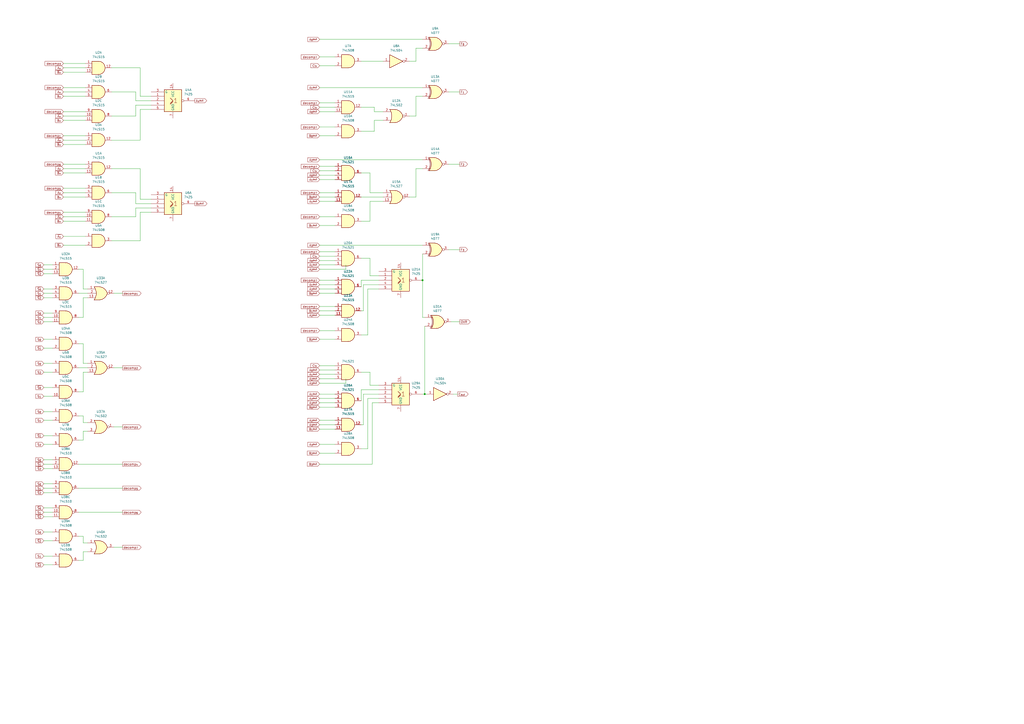
<source format=kicad_sch>
(kicad_sch (version 20231120) (generator "eeschema") (generator_version "8.0")
  (paper "A2")
  (junction (at 246.38 228.6))
  (junction (at 245.11 162.56))
  (wire (pts (xy 209.55 149.86) (xy 214.63 149.86)))
  (wire (pts (xy 78.74 58.42) (xy 87.63 58.42)))
  (wire (pts (xy 213.36 260.35) (xy 213.36 231.14)))
  (wire (pts (xy 185.42 33.02) (xy 194.31 33.02)))
  (wire (pts (xy 185.42 64.77) (xy 194.31 64.77)))
  (wire (pts (xy 185.42 114.3) (xy 194.31 114.3)))
  (wire (pts (xy 185.42 222.25) (xy 200.66 222.25)))
  (wire (pts (xy 185.42 101.6) (xy 194.31 101.6)))
  (wire (pts (xy 66.04 213.36) (xy 71.12 213.36)))
  (wire (pts (xy 25.4 283.21) (xy 30.48 283.21)))
  (wire (pts (xy 260.35 25.4) (xy 266.7 25.4)))
  (wire (pts (xy 36.83 53.34) (xy 49.53 53.34)))
  (wire (pts (xy 241.3 67.31) (xy 241.3 55.88)))
  (wire (pts (xy 48.26 215.9) (xy 50.8 215.9)))
  (wire (pts (xy 36.83 100.33) (xy 49.53 100.33)))
  (wire (pts (xy 25.4 229.87) (xy 30.48 229.87)))
  (wire (pts (xy 209.55 215.9) (xy 214.63 215.9)))
  (wire (pts (xy 25.4 297.18) (xy 30.48 297.18)))
  (wire (pts (xy 185.42 191.77) (xy 194.31 191.77)))
  (wire (pts (xy 36.83 125.73) (xy 49.53 125.73)))
  (wire (pts (xy 185.42 22.86) (xy 245.11 22.86)))
  (wire (pts (xy 64.77 53.34) (xy 78.74 53.34)))
  (wire (pts (xy 36.83 142.24) (xy 49.53 142.24)))
  (wire (pts (xy 185.42 214.63) (xy 194.31 214.63)))
  (wire (pts (xy 78.74 60.96) (xy 87.63 60.96)))
  (wire (pts (xy 217.17 62.23) (xy 217.17 64.77)))
  (wire (pts (xy 185.42 111.76) (xy 194.31 111.76)))
  (wire (pts (xy 214.63 160.02) (xy 219.71 160.02)))
  (wire (pts (xy 81.28 115.57) (xy 87.63 115.57)))
  (wire (pts (xy 45.72 227.33) (xy 48.26 227.33)))
  (wire (pts (xy 209.55 128.27) (xy 214.63 128.27)))
  (wire (pts (xy 214.63 116.84) (xy 222.25 116.84)))
  (wire (pts (xy 185.42 180.34) (xy 194.31 180.34)))
  (wire (pts (xy 185.42 196.85) (xy 194.31 196.85)))
  (wire (pts (xy 185.42 212.09) (xy 194.31 212.09)))
  (wire (pts (xy 185.42 96.52) (xy 194.31 96.52)))
  (wire (pts (xy 209.55 162.56) (xy 219.71 162.56)))
  (wire (pts (xy 217.17 69.85) (xy 222.25 69.85)))
  (wire (pts (xy 25.4 238.76) (xy 30.48 238.76)))
  (wire (pts (xy 185.42 246.38) (xy 194.31 246.38)))
  (wire (pts (xy 185.42 182.88) (xy 194.31 182.88)))
  (wire (pts (xy 25.4 210.82) (xy 30.48 210.82)))
  (wire (pts (xy 185.42 78.74) (xy 194.31 78.74)))
  (wire (pts (xy 36.83 95.25) (xy 49.53 95.25)))
  (wire (pts (xy 214.63 215.9) (xy 214.63 223.52)))
  (wire (pts (xy 66.04 247.65) (xy 71.12 247.65)))
  (wire (pts (xy 246.38 189.23) (xy 246.38 228.6)))
  (wire (pts (xy 36.83 36.83) (xy 49.53 36.83)))
  (wire (pts (xy 260.35 144.78) (xy 266.7 144.78)))
  (wire (pts (xy 214.63 128.27) (xy 214.63 116.84)))
  (wire (pts (xy 185.42 148.59) (xy 194.31 148.59)))
  (wire (pts (xy 25.4 269.24) (xy 30.48 269.24)))
  (wire (pts (xy 25.4 201.93) (xy 30.48 201.93)))
  (wire (pts (xy 185.42 156.21) (xy 200.66 156.21)))
  (wire (pts (xy 25.4 266.7) (xy 30.48 266.7)))
  (wire (pts (xy 241.3 27.94) (xy 245.11 27.94)))
  (wire (pts (xy 36.83 81.28) (xy 49.53 81.28)))
  (wire (pts (xy 36.83 50.8) (xy 49.53 50.8)))
  (wire (pts (xy 185.42 217.17) (xy 194.31 217.17)))
  (wire (pts (xy 210.82 246.38) (xy 210.82 228.6)))
  (wire (pts (xy 81.28 55.88) (xy 87.63 55.88)))
  (wire (pts (xy 64.77 139.7) (xy 81.28 139.7)))
  (wire (pts (xy 25.4 243.84) (xy 30.48 243.84)))
  (wire (pts (xy 185.42 228.6) (xy 194.31 228.6)))
  (wire (pts (xy 25.4 167.64) (xy 30.48 167.64)))
  (wire (pts (xy 48.26 314.96) (xy 50.8 314.96)))
  (wire (pts (xy 210.82 180.34) (xy 210.82 165.1)))
  (wire (pts (xy 64.77 97.79) (xy 81.28 97.79)))
  (wire (pts (xy 30.48 257.81) (xy 25.4 257.81)))
  (wire (pts (xy 25.4 252.73) (xy 30.48 252.73)))
  (wire (pts (xy 81.28 97.79) (xy 81.28 115.57)))
  (wire (pts (xy 214.63 111.76) (xy 222.25 111.76)))
  (wire (pts (xy 25.4 215.9) (xy 30.48 215.9)))
  (wire (pts (xy 185.42 236.22) (xy 194.31 236.22)))
  (wire (pts (xy 185.42 104.14) (xy 194.31 104.14)))
  (wire (pts (xy 185.42 62.23) (xy 194.31 62.23)))
  (wire (pts (xy 241.3 35.56) (xy 241.3 27.94)))
  (wire (pts (xy 36.83 69.85) (xy 49.53 69.85)))
  (wire (pts (xy 217.17 76.2) (xy 217.17 69.85)))
  (wire (pts (xy 185.42 92.71) (xy 245.11 92.71)))
  (wire (pts (xy 25.4 308.61) (xy 30.48 308.61)))
  (wire (pts (xy 215.9 269.24) (xy 215.9 233.68)))
  (wire (pts (xy 48.26 199.39) (xy 48.26 210.82)))
  (wire (pts (xy 36.83 128.27) (xy 49.53 128.27)))
  (wire (pts (xy 25.4 285.75) (xy 30.48 285.75)))
  (wire (pts (xy 25.4 271.78) (xy 30.48 271.78)))
  (wire (pts (xy 185.42 116.84) (xy 194.31 116.84)))
  (wire (pts (xy 45.72 255.27) (xy 48.26 255.27)))
  (wire (pts (xy 36.83 97.79) (xy 49.53 97.79)))
  (wire (pts (xy 185.42 262.89) (xy 194.31 262.89)))
  (wire (pts (xy 48.26 320.04) (xy 50.8 320.04)))
  (wire (pts (xy 237.49 35.56) (xy 241.3 35.56)))
  (wire (pts (xy 185.42 153.67) (xy 194.31 153.67)))
  (wire (pts (xy 81.28 39.37) (xy 81.28 55.88)))
  (wire (pts (xy 185.42 257.81) (xy 194.31 257.81)))
  (wire (pts (xy 45.72 156.21) (xy 48.26 156.21)))
  (wire (pts (xy 209.55 194.31) (xy 213.36 194.31)))
  (wire (pts (xy 81.28 123.19) (xy 87.63 123.19)))
  (wire (pts (xy 185.42 38.1) (xy 194.31 38.1)))
  (wire (pts (xy 36.83 111.76) (xy 49.53 111.76)))
  (wire (pts (xy 245.11 97.79) (xy 241.3 97.79)))
  (wire (pts (xy 210.82 165.1) (xy 219.71 165.1)))
  (wire (pts (xy 25.4 186.69) (xy 30.48 186.69)))
  (wire (pts (xy 241.3 114.3) (xy 237.49 114.3)))
  (wire (pts (xy 246.38 228.6) (xy 247.65 228.6)))
  (wire (pts (xy 45.72 241.3) (xy 48.26 241.3)))
  (wire (pts (xy 260.35 95.25) (xy 266.7 95.25)))
  (wire (pts (xy 210.82 228.6) (xy 219.71 228.6)))
  (wire (pts (xy 64.77 39.37) (xy 81.28 39.37)))
  (wire (pts (xy 25.4 153.67) (xy 30.48 153.67)))
  (wire (pts (xy 25.4 156.21) (xy 30.48 156.21)))
  (wire (pts (xy 36.83 83.82) (xy 49.53 83.82)))
  (wire (pts (xy 36.83 109.22) (xy 49.53 109.22)))
  (wire (pts (xy 36.83 78.74) (xy 49.53 78.74)))
  (wire (pts (xy 25.4 280.67) (xy 30.48 280.67)))
  (wire (pts (xy 45.72 184.15) (xy 48.26 184.15)))
  (wire (pts (xy 48.26 325.12) (xy 48.26 320.04)))
  (wire (pts (xy 213.36 231.14) (xy 219.71 231.14)))
  (wire (pts (xy 48.26 311.15) (xy 48.26 314.96)))
  (wire (pts (xy 78.74 125.73) (xy 78.74 120.65)))
  (wire (pts (xy 36.83 123.19) (xy 49.53 123.19)))
  (wire (pts (xy 48.26 255.27) (xy 48.26 250.19)))
  (wire (pts (xy 185.42 162.56) (xy 194.31 162.56)))
  (wire (pts (xy 209.55 62.23) (xy 217.17 62.23)))
  (wire (pts (xy 185.42 170.18) (xy 194.31 170.18)))
  (wire (pts (xy 217.17 64.77) (xy 222.25 64.77)))
  (wire (pts (xy 25.4 181.61) (xy 30.48 181.61)))
  (wire (pts (xy 185.42 73.66) (xy 194.31 73.66)))
  (wire (pts (xy 30.48 313.69) (xy 25.4 313.69)))
  (wire (pts (xy 25.4 170.18) (xy 30.48 170.18)))
  (wire (pts (xy 36.83 114.3) (xy 49.53 114.3)))
  (wire (pts (xy 185.42 248.92) (xy 194.31 248.92)))
  (wire (pts (xy 78.74 120.65) (xy 87.63 120.65)))
  (wire (pts (xy 78.74 53.34) (xy 78.74 58.42)))
  (wire (pts (xy 209.55 260.35) (xy 213.36 260.35)))
  (wire (pts (xy 245.11 184.15) (xy 246.38 184.15)))
  (wire (pts (xy 214.63 100.33) (xy 214.63 111.76)))
  (wire (pts (xy 25.4 172.72) (xy 30.48 172.72)))
  (wire (pts (xy 45.72 199.39) (xy 48.26 199.39)))
  (wire (pts (xy 45.72 311.15) (xy 48.26 311.15)))
  (wire (pts (xy 213.36 194.31) (xy 213.36 167.64)))
  (wire (pts (xy 200.66 219.71) (xy 200.66 222.25)))
  (wire (pts (xy 200.66 153.67) (xy 200.66 156.21)))
  (wire (pts (xy 185.42 142.24) (xy 245.11 142.24)))
  (wire (pts (xy 81.28 139.7) (xy 81.28 123.19)))
  (wire (pts (xy 36.83 137.16) (xy 49.53 137.16)))
  (wire (pts (xy 36.83 41.91) (xy 49.53 41.91)))
  (wire (pts (xy 45.72 269.24) (xy 71.12 269.24)))
  (wire (pts (xy 209.55 180.34) (xy 210.82 180.34)))
  (wire (pts (xy 78.74 118.11) (xy 87.63 118.11)))
  (wire (pts (xy 48.26 227.33) (xy 48.26 215.9)))
  (wire (pts (xy 185.42 233.68) (xy 194.31 233.68)))
  (wire (pts (xy 45.72 170.18) (xy 50.8 170.18)))
  (wire (pts (xy 64.77 125.73) (xy 78.74 125.73)))
  (wire (pts (xy 209.55 35.56) (xy 222.25 35.56)))
  (wire (pts (xy 209.55 114.3) (xy 222.25 114.3)))
  (wire (pts (xy 36.83 67.31) (xy 49.53 67.31)))
  (wire (pts (xy 25.4 294.64) (xy 30.48 294.64)))
  (wire (pts (xy 185.42 165.1) (xy 194.31 165.1)))
  (wire (pts (xy 260.35 53.34) (xy 266.7 53.34)))
  (wire (pts (xy 185.42 177.8) (xy 194.31 177.8)))
  (wire (pts (xy 185.42 130.81) (xy 194.31 130.81)))
  (wire (pts (xy 64.77 67.31) (xy 78.74 67.31)))
  (wire (pts (xy 185.42 269.24) (xy 215.9 269.24)))
  (wire (pts (xy 45.72 283.21) (xy 71.12 283.21)))
  (wire (pts (xy 215.9 233.68) (xy 219.71 233.68)))
  (wire (pts (xy 209.55 226.06) (xy 219.71 226.06)))
  (wire (pts (xy 45.72 325.12) (xy 48.26 325.12)))
  (wire (pts (xy 48.26 250.19) (xy 50.8 250.19)))
  (wire (pts (xy 185.42 146.05) (xy 194.31 146.05)))
  (wire (pts (xy 45.72 297.18) (xy 71.12 297.18)))
  (wire (pts (xy 78.74 67.31) (xy 78.74 60.96)))
  (wire (pts (xy 25.4 224.79) (xy 30.48 224.79)))
  (wire (pts (xy 185.42 99.06) (xy 194.31 99.06)))
  (wire (pts (xy 245.11 228.6) (xy 246.38 228.6)))
  (wire (pts (xy 36.83 39.37) (xy 49.53 39.37)))
  (wire (pts (xy 48.26 210.82) (xy 50.8 210.82)))
  (wire (pts (xy 241.3 55.88) (xy 245.11 55.88)))
  (wire (pts (xy 48.26 245.11) (xy 50.8 245.11)))
  (wire (pts (xy 25.4 299.72) (xy 30.48 299.72)))
  (wire (pts (xy 48.26 156.21) (xy 48.26 167.64)))
  (wire (pts (xy 245.11 147.32) (xy 245.11 162.56)))
  (wire (pts (xy 66.04 317.5) (xy 71.12 317.5)))
  (wire (pts (xy 48.26 167.64) (xy 50.8 167.64)))
  (wire (pts (xy 214.63 223.52) (xy 219.71 223.52)))
  (wire (pts (xy 209.55 76.2) (xy 217.17 76.2)))
  (wire (pts (xy 185.42 231.14) (xy 194.31 231.14)))
  (wire (pts (xy 245.11 162.56) (xy 245.11 184.15)))
  (wire (pts (xy 78.74 111.76) (xy 78.74 118.11)))
  (wire (pts (xy 25.4 196.85) (xy 30.48 196.85)))
  (wire (pts (xy 64.77 81.28) (xy 81.28 81.28)))
  (wire (pts (xy 262.89 228.6) (xy 265.43 228.6)))
  (wire (pts (xy 64.77 111.76) (xy 78.74 111.76)))
  (wire (pts (xy 185.42 59.69) (xy 194.31 59.69)))
  (wire (pts (xy 241.3 97.79) (xy 241.3 114.3)))
  (wire (pts (xy 36.83 55.88) (xy 49.53 55.88)))
  (wire (pts (xy 209.55 246.38) (xy 210.82 246.38)))
  (wire (pts (xy 209.55 100.33) (xy 214.63 100.33)))
  (wire (pts (xy 185.42 50.8) (xy 245.11 50.8)))
  (wire (pts (xy 185.42 151.13) (xy 194.31 151.13)))
  (wire (pts (xy 185.42 243.84) (xy 194.31 243.84)))
  (wire (pts (xy 185.42 167.64) (xy 194.31 167.64)))
  (wire (pts (xy 45.72 213.36) (xy 50.8 213.36)))
  (wire (pts (xy 48.26 241.3) (xy 48.26 245.11)))
  (wire (pts (xy 209.55 166.37) (xy 209.55 162.56)))
  (wire (pts (xy 185.42 219.71) (xy 194.31 219.71)))
  (wire (pts (xy 237.49 67.31) (xy 241.3 67.31)))
  (wire (pts (xy 81.28 63.5) (xy 87.63 63.5)))
  (wire (pts (xy 25.4 158.75) (xy 30.48 158.75)))
  (wire (pts (xy 25.4 322.58) (xy 30.48 322.58)))
  (wire (pts (xy 48.26 172.72) (xy 50.8 172.72)))
  (wire (pts (xy 36.83 64.77) (xy 49.53 64.77)))
  (wire (pts (xy 209.55 232.41) (xy 209.55 226.06)))
  (wire (pts (xy 48.26 184.15) (xy 48.26 172.72)))
  (wire (pts (xy 25.4 184.15) (xy 30.48 184.15)))
  (wire (pts (xy 66.04 170.18) (xy 71.12 170.18)))
  (wire (pts (xy 261.62 186.69) (xy 266.7 186.69)))
  (wire (pts (xy 213.36 167.64) (xy 219.71 167.64)))
  (wire (pts (xy 81.28 81.28) (xy 81.28 63.5)))
  (wire (pts (xy 185.42 125.73) (xy 194.31 125.73)))
  (wire (pts (xy 30.48 327.66) (xy 25.4 327.66)))
  (wire (pts (xy 214.63 149.86) (xy 214.63 160.02)))
  (global_label "~{B_{n}}" (shape input) (at 36.83 41.91 180) (property "Intersheetrefs" "${INTERSHEET_REFS}" (effects (hide yes))))
  (global_label "~{S_{0}}" (shape input) (at 25.4 294.64 180) (property "Intersheetrefs" "${INTERSHEET_REFS}" (effects (hide yes))))
  (global_label "~{S_{2}}" (shape input) (at 25.4 299.72 180) (property "Intersheetrefs" "${INTERSHEET_REFS}" (effects (hide yes))))
  (global_label "S_{1}" (shape input) (at 25.4 297.18 180) (property "Intersheetrefs" "${INTERSHEET_REFS}" (effects (hide yes))))
  (global_label "decomp_{2}" (shape input) (at 36.83 50.8 180) (property "Intersheetrefs" "${INTERSHEET_REFS}" (effects (hide yes))))
  (global_label "B_{2}^{out}" (shape input) (at 185.42 196.85 180) (property "Intersheetrefs" "${INTERSHEET_REFS}" (effects (hide yes))))
  (global_label "~{S_{1}}" (shape input) (at 25.4 269.24 180) (property "Intersheetrefs" "${INTERSHEET_REFS}" (effects (hide yes))))
  (global_label "B_{1}^{out}" (shape input) (at 185.42 248.92 180) (property "Intersheetrefs" "${INTERSHEET_REFS}" (effects (hide yes))))
  (global_label "S_{0}" (shape input) (at 25.4 153.67 180) (property "Intersheetrefs" "${INTERSHEET_REFS}" (effects (hide yes))))
  (global_label "A_{2}^{out}" (shape input) (at 185.42 231.14 180) (property "Intersheetrefs" "${INTERSHEET_REFS}" (effects (hide yes))))
  (global_label "decomp_{7}" (shape input) (at 185.42 177.8 180) (property "Intersheetrefs" "${INTERSHEET_REFS}" (effects (hide yes))))
  (global_label "decomp_{6}" (shape output) (at 71.12 297.18 0) (property "Intersheetrefs" "${INTERSHEET_REFS}" (effects (hide yes))))
  (global_label "A_{n}" (shape input) (at 36.83 97.79 180) (property "Intersheetrefs" "${INTERSHEET_REFS}" (effects (hide yes))))
  (global_label "A_{1}^{out}" (shape input) (at 185.42 217.17 180) (property "Intersheetrefs" "${INTERSHEET_REFS}" (effects (hide yes))))
  (global_label "A_{0}^{out}" (shape input) (at 185.42 214.63 180) (property "Intersheetrefs" "${INTERSHEET_REFS}" (effects (hide yes))))
  (global_label "S_{1}" (shape input) (at 25.4 322.58 180) (property "Intersheetrefs" "${INTERSHEET_REFS}" (effects (hide yes))))
  (global_label "B_{n}" (shape input) (at 36.83 114.3 180) (property "Intersheetrefs" "${INTERSHEET_REFS}" (effects (hide yes))))
  (global_label "decomp_{1}" (shape output) (at 71.12 170.18 0) (property "Intersheetrefs" "${INTERSHEET_REFS}" (effects (hide yes))))
  (global_label "decomp_{2}" (shape output) (at 71.12 213.36 0) (property "Intersheetrefs" "${INTERSHEET_REFS}" (effects (hide yes))))
  (global_label "S_{1}" (shape input) (at 25.4 283.21 180) (property "Intersheetrefs" "${INTERSHEET_REFS}" (effects (hide yes))))
  (global_label "A_{n}^{out}" (shape output) (at 113.03 58.42 0) (property "Intersheetrefs" "${INTERSHEET_REFS}" (effects (hide yes))))
  (global_label "decomp_{4}" (shape input) (at 36.83 123.19 180) (property "Intersheetrefs" "${INTERSHEET_REFS}" (effects (hide yes))))
  (global_label "A_{2}^{out}" (shape input) (at 185.42 182.88 180) (property "Intersheetrefs" "${INTERSHEET_REFS}" (effects (hide yes))))
  (global_label "decomp_{7}" (shape input) (at 185.42 191.77 180) (property "Intersheetrefs" "${INTERSHEET_REFS}" (effects (hide yes))))
  (global_label "decomp_{6}" (shape input) (at 36.83 95.25 180) (property "Intersheetrefs" "${INTERSHEET_REFS}" (effects (hide yes))))
  (global_label "A_{n}" (shape input) (at 36.83 39.37 180) (property "Intersheetrefs" "${INTERSHEET_REFS}" (effects (hide yes))))
  (global_label "A_{2}^{out}" (shape input) (at 185.42 219.71 180) (property "Intersheetrefs" "${INTERSHEET_REFS}" (effects (hide yes))))
  (global_label "~{B_{n}}" (shape input) (at 36.83 142.24 180) (property "Intersheetrefs" "${INTERSHEET_REFS}" (effects (hide yes))))
  (global_label "B_{0}^{out}" (shape input) (at 185.42 114.3 180) (property "Intersheetrefs" "${INTERSHEET_REFS}" (effects (hide yes))))
  (global_label "S_{2}" (shape input) (at 25.4 215.9 180) (property "Intersheetrefs" "${INTERSHEET_REFS}" (effects (hide yes))))
  (global_label "decomp_{7}" (shape input) (at 185.42 162.56 180) (property "Intersheetrefs" "${INTERSHEET_REFS}" (effects (hide yes))))
  (global_label "S_{0}" (shape input) (at 25.4 280.67 180) (property "Intersheetrefs" "${INTERSHEET_REFS}" (effects (hide yes))))
  (global_label "decomp_{3}" (shape input) (at 36.83 64.77 180) (property "Intersheetrefs" "${INTERSHEET_REFS}" (effects (hide yes))))
  (global_label "A_{1}^{out}" (shape input) (at 185.42 165.1 180) (property "Intersheetrefs" "${INTERSHEET_REFS}" (effects (hide yes))))
  (global_label "A_{0}^{out}" (shape input) (at 185.42 64.77 180) (property "Intersheetrefs" "${INTERSHEET_REFS}" (effects (hide yes))))
  (global_label "A_{n}" (shape input) (at 36.83 53.34 180) (property "Intersheetrefs" "${INTERSHEET_REFS}" (effects (hide yes))))
  (global_label "~{A_{n}}" (shape input) (at 36.83 67.31 180) (property "Intersheetrefs" "${INTERSHEET_REFS}" (effects (hide yes))))
  (global_label "A_{2}^{out}" (shape input) (at 185.42 156.21 180) (property "Intersheetrefs" "${INTERSHEET_REFS}" (effects (hide yes))))
  (global_label "C_{out}" (shape output) (at 265.43 228.6 0) (property "Intersheetrefs" "${INTERSHEET_REFS}" (effects (hide yes))))
  (global_label "~{A_{n}}" (shape input) (at 36.83 137.16 180) (property "Intersheetrefs" "${INTERSHEET_REFS}" (effects (hide yes))))
  (global_label "S_{1}" (shape input) (at 25.4 184.15 180) (property "Intersheetrefs" "${INTERSHEET_REFS}" (effects (hide yes))))
  (global_label "B_{0}^{out}" (shape input) (at 185.42 170.18 180) (property "Intersheetrefs" "${INTERSHEET_REFS}" (effects (hide yes))))
  (global_label "B_{3}^{out}" (shape input) (at 185.42 269.24 180) (property "Intersheetrefs" "${INTERSHEET_REFS}" (effects (hide yes))))
  (global_label "C_{in}" (shape input) (at 185.42 62.23 180) (property "Intersheetrefs" "${INTERSHEET_REFS}" (effects (hide yes))))
  (global_label "A_{3}^{out}" (shape input) (at 185.42 233.68 180) (property "Intersheetrefs" "${INTERSHEET_REFS}" (effects (hide yes))))
  (global_label "A_{3}^{out}" (shape input) (at 185.42 222.25 180) (property "Intersheetrefs" "${INTERSHEET_REFS}" (effects (hide yes))))
  (global_label "C_{in}" (shape input) (at 185.42 99.06 180) (property "Intersheetrefs" "${INTERSHEET_REFS}" (effects (hide yes))))
  (global_label "C_{in}" (shape input) (at 185.42 38.1 180) (property "Intersheetrefs" "${INTERSHEET_REFS}" (effects (hide yes))))
  (global_label "S_{0}" (shape input) (at 25.4 308.61 180) (property "Intersheetrefs" "${INTERSHEET_REFS}" (effects (hide yes))))
  (global_label "B_{0}^{out}" (shape input) (at 185.42 78.74 180) (property "Intersheetrefs" "${INTERSHEET_REFS}" (effects (hide yes))))
  (global_label "B_{0}^{out}" (shape input) (at 185.42 236.22 180) (property "Intersheetrefs" "${INTERSHEET_REFS}" (effects (hide yes))))
  (global_label "~{S_{2}}" (shape input) (at 25.4 327.66 180) (property "Intersheetrefs" "${INTERSHEET_REFS}" (effects (hide yes))))
  (global_label "A_{1}^{out}" (shape input) (at 185.42 153.67 180) (property "Intersheetrefs" "${INTERSHEET_REFS}" (effects (hide yes))))
  (global_label "A_{2}^{out}" (shape input) (at 185.42 167.64 180) (property "Intersheetrefs" "${INTERSHEET_REFS}" (effects (hide yes))))
  (global_label "A_{3}^{out}" (shape input) (at 185.42 257.81 180) (property "Intersheetrefs" "${INTERSHEET_REFS}" (effects (hide yes))))
  (global_label "decomp_{7}" (shape output) (at 71.12 317.5 0) (property "Intersheetrefs" "${INTERSHEET_REFS}" (effects (hide yes))))
  (global_label "S_{2}" (shape input) (at 25.4 186.69 180) (property "Intersheetrefs" "${INTERSHEET_REFS}" (effects (hide yes))))
  (global_label "~{S_{0}}" (shape input) (at 25.4 167.64 180) (property "Intersheetrefs" "${INTERSHEET_REFS}" (effects (hide yes))))
  (global_label "C_{in}" (shape input) (at 185.42 148.59 180) (property "Intersheetrefs" "${INTERSHEET_REFS}" (effects (hide yes))))
  (global_label "decomp_{5}" (shape output) (at 71.12 283.21 0) (property "Intersheetrefs" "${INTERSHEET_REFS}" (effects (hide yes))))
  (global_label "S_{1}" (shape input) (at 25.4 170.18 180) (property "Intersheetrefs" "${INTERSHEET_REFS}" (effects (hide yes))))
  (global_label "B_{n}" (shape input) (at 36.83 69.85 180) (property "Intersheetrefs" "${INTERSHEET_REFS}" (effects (hide yes))))
  (global_label "~{S_{2}}" (shape input) (at 25.4 172.72 180) (property "Intersheetrefs" "${INTERSHEET_REFS}" (effects (hide yes))))
  (global_label "~{S_{1}}" (shape input) (at 25.4 252.73 180) (property "Intersheetrefs" "${INTERSHEET_REFS}" (effects (hide yes))))
  (global_label "decomp_{7}" (shape input) (at 185.42 33.02 180) (property "Intersheetrefs" "${INTERSHEET_REFS}" (effects (hide yes))))
  (global_label "decomp_{7}" (shape input) (at 185.42 146.05 180) (property "Intersheetrefs" "${INTERSHEET_REFS}" (effects (hide yes))))
  (global_label "decomp_{7}" (shape input) (at 185.42 96.52 180) (property "Intersheetrefs" "${INTERSHEET_REFS}" (effects (hide yes))))
  (global_label "A_{2}^{out}" (shape input) (at 185.42 92.71 180) (property "Intersheetrefs" "${INTERSHEET_REFS}" (effects (hide yes))))
  (global_label "A_{0}^{out}" (shape input) (at 185.42 101.6 180) (property "Intersheetrefs" "${INTERSHEET_REFS}" (effects (hide yes))))
  (global_label "~{S_{2}}" (shape input) (at 25.4 313.69 180) (property "Intersheetrefs" "${INTERSHEET_REFS}" (effects (hide yes))))
  (global_label "A_{n}" (shape input) (at 36.83 111.76 180) (property "Intersheetrefs" "${INTERSHEET_REFS}" (effects (hide yes))))
  (global_label "F_{3}" (shape output) (at 266.7 144.78 0) (property "Intersheetrefs" "${INTERSHEET_REFS}" (effects (hide yes))))
  (global_label "B_{1}^{out}" (shape input) (at 185.42 180.34 180) (property "Intersheetrefs" "${INTERSHEET_REFS}" (effects (hide yes))))
  (global_label "decomp_{3}" (shape output) (at 71.12 247.65 0) (property "Intersheetrefs" "${INTERSHEET_REFS}" (effects (hide yes))))
  (global_label "~{A_{n}}" (shape input) (at 36.83 81.28 180) (property "Intersheetrefs" "${INTERSHEET_REFS}" (effects (hide yes))))
  (global_label "A_{1}^{out}" (shape input) (at 185.42 50.8 180) (property "Intersheetrefs" "${INTERSHEET_REFS}" (effects (hide yes))))
  (global_label "S_{0}" (shape input) (at 25.4 266.7 180) (property "Intersheetrefs" "${INTERSHEET_REFS}" (effects (hide yes))))
  (global_label "decomp_{7}" (shape input) (at 185.42 111.76 180) (property "Intersheetrefs" "${INTERSHEET_REFS}" (effects (hide yes))))
  (global_label "OVR" (shape output) (at 266.7 186.69 0) (property "Intersheetrefs" "${INTERSHEET_REFS}" (effects (hide yes))))
  (global_label "B_{1}^{out}" (shape input) (at 185.42 130.81 180) (property "Intersheetrefs" "${INTERSHEET_REFS}" (effects (hide yes))))
  (global_label "S_{0}" (shape input) (at 25.4 210.82 180) (property "Intersheetrefs" "${INTERSHEET_REFS}" (effects (hide yes))))
  (global_label "~{B_{n}}" (shape input) (at 36.83 100.33 180) (property "Intersheetrefs" "${INTERSHEET_REFS}" (effects (hide yes))))
  (global_label "A_{2}^{out}" (shape input) (at 185.42 243.84 180) (property "Intersheetrefs" "${INTERSHEET_REFS}" (effects (hide yes))))
  (global_label "~{S_{0}}" (shape input) (at 25.4 224.79 180) (property "Intersheetrefs" "${INTERSHEET_REFS}" (effects (hide yes))))
  (global_label "F_{0}" (shape output) (at 266.7 25.4 0) (property "Intersheetrefs" "${INTERSHEET_REFS}" (effects (hide yes))))
  (global_label "B_{n}^{out}" (shape output) (at 113.03 118.11 0) (property "Intersheetrefs" "${INTERSHEET_REFS}" (effects (hide yes))))
  (global_label "A_{0}^{out}" (shape input) (at 185.42 22.86 180) (property "Intersheetrefs" "${INTERSHEET_REFS}" (effects (hide yes))))
  (global_label "~{A_{n}}" (shape input) (at 36.83 125.73 180) (property "Intersheetrefs" "${INTERSHEET_REFS}" (effects (hide yes))))
  (global_label "S_{1}" (shape input) (at 25.4 243.84 180) (property "Intersheetrefs" "${INTERSHEET_REFS}" (effects (hide yes))))
  (global_label "C_{in}" (shape input) (at 185.42 212.09 180) (property "Intersheetrefs" "${INTERSHEET_REFS}" (effects (hide yes))))
  (global_label "decomp_{3}" (shape input) (at 36.83 36.83 180) (property "Intersheetrefs" "${INTERSHEET_REFS}" (effects (hide yes))))
  (global_label "~{S_{2}}" (shape input) (at 25.4 271.78 180) (property "Intersheetrefs" "${INTERSHEET_REFS}" (effects (hide yes))))
  (global_label "A_{0}^{out}" (shape input) (at 185.42 151.13 180) (property "Intersheetrefs" "${INTERSHEET_REFS}" (effects (hide yes))))
  (global_label "A_{1}^{out}" (shape input) (at 185.42 228.6 180) (property "Intersheetrefs" "${INTERSHEET_REFS}" (effects (hide yes))))
  (global_label "F_{2}" (shape output) (at 266.7 95.25 0) (property "Intersheetrefs" "${INTERSHEET_REFS}" (effects (hide yes))))
  (global_label "S_{0}" (shape input) (at 25.4 238.76 180) (property "Intersheetrefs" "${INTERSHEET_REFS}" (effects (hide yes))))
  (global_label "decomp_{7}" (shape input) (at 185.42 125.73 180) (property "Intersheetrefs" "${INTERSHEET_REFS}" (effects (hide yes))))
  (global_label "~{S_{1}}" (shape input) (at 25.4 201.93 180) (property "Intersheetrefs" "${INTERSHEET_REFS}" (effects (hide yes))))
  (global_label "~{S_{2}}" (shape input) (at 25.4 158.75 180) (property "Intersheetrefs" "${INTERSHEET_REFS}" (effects (hide yes))))
  (global_label "A_{3}^{out}" (shape input) (at 185.42 246.38 180) (property "Intersheetrefs" "${INTERSHEET_REFS}" (effects (hide yes))))
  (global_label "B_{n}" (shape input) (at 36.83 55.88 180) (property "Intersheetrefs" "${INTERSHEET_REFS}" (effects (hide yes))))
  (global_label "A_{3}^{out}" (shape input) (at 185.42 142.24 180) (property "Intersheetrefs" "${INTERSHEET_REFS}" (effects (hide yes))))
  (global_label "decomp_{4}" (shape output) (at 71.12 269.24 0) (property "Intersheetrefs" "${INTERSHEET_REFS}" (effects (hide yes))))
  (global_label "~{S_{2}}" (shape input) (at 25.4 285.75 180) (property "Intersheetrefs" "${INTERSHEET_REFS}" (effects (hide yes))))
  (global_label "S_{0}" (shape input) (at 25.4 181.61 180) (property "Intersheetrefs" "${INTERSHEET_REFS}" (effects (hide yes))))
  (global_label "B_{2}^{out}" (shape input) (at 185.42 262.89 180) (property "Intersheetrefs" "${INTERSHEET_REFS}" (effects (hide yes))))
  (global_label "S_{0}" (shape input) (at 25.4 196.85 180) (property "Intersheetrefs" "${INTERSHEET_REFS}" (effects (hide yes))))
  (global_label "decomp_{7}" (shape input) (at 185.42 73.66 180) (property "Intersheetrefs" "${INTERSHEET_REFS}" (effects (hide yes))))
  (global_label "S_{2}" (shape input) (at 25.4 257.81 180) (property "Intersheetrefs" "${INTERSHEET_REFS}" (effects (hide yes))))
  (global_label "F_{1}" (shape output) (at 266.7 53.34 0) (property "Intersheetrefs" "${INTERSHEET_REFS}" (effects (hide yes))))
  (global_label "B_{n}" (shape input) (at 36.83 128.27 180) (property "Intersheetrefs" "${INTERSHEET_REFS}" (effects (hide yes))))
  (global_label "decomp_{7}" (shape input) (at 185.42 59.69 180) (property "Intersheetrefs" "${INTERSHEET_REFS}" (effects (hide yes))))
  (global_label "~{B_{n}}" (shape input) (at 36.83 83.82 180) (property "Intersheetrefs" "${INTERSHEET_REFS}" (effects (hide yes))))
  (global_label "A_{1}^{out}" (shape input) (at 185.42 104.14 180) (property "Intersheetrefs" "${INTERSHEET_REFS}" (effects (hide yes))))
  (global_label "decomp_{5}" (shape input) (at 36.83 109.22 180) (property "Intersheetrefs" "${INTERSHEET_REFS}" (effects (hide yes))))
  (global_label "decomp_{1}" (shape input) (at 36.83 78.74 180) (property "Intersheetrefs" "${INTERSHEET_REFS}" (effects (hide yes))))
  (global_label "S_{1}" (shape input) (at 25.4 229.87 180) (property "Intersheetrefs" "${INTERSHEET_REFS}" (effects (hide yes))))
  (global_label "~{S_{1}}" (shape input) (at 25.4 156.21 180) (property "Intersheetrefs" "${INTERSHEET_REFS}" (effects (hide yes))))
  (global_label "A_{1}^{out}" (shape input) (at 185.42 116.84 180) (property "Intersheetrefs" "${INTERSHEET_REFS}" (effects (hide yes))))
  (symbol (lib_id "74xx:74LS08") (at 201.93 260.35 0) (unit 1)
    (property "Reference" "U28" (at 201.9217 251.46 0))
    (property "Value" "74LS08" (at 201.9217 254 0))
    (property "Datasheet" "http://www.ti.com/lit/gpn/sn74LS08" (effects (hide yes)))
    (property "Description" "Quad And2" (effects (hide yes)))
  )
  (symbol (lib_id "74xx:74LS08") (at 38.1 213.36 0) (unit 2)
    (property "Reference" "U5" (at 38.0917 204.47 0))
    (property "Value" "74LS08" (at 38.0917 207.01 0))
    (property "Datasheet" "http://www.ti.com/lit/gpn/sn74LS08" (effects (hide yes)))
    (property "Description" "Quad And2" (effects (hide yes)))
  )
  (symbol (lib_id "74xx:74LS08") (at 38.1 255.27 0) (unit 2)
    (property "Reference" "U7" (at 38.0917 246.38 0))
    (property "Value" "74LS08" (at 38.0917 248.92 0))
    (property "Datasheet" "http://www.ti.com/lit/gpn/sn74LS08" (effects (hide yes)))
    (property "Description" "Quad And2" (effects (hide yes)))
  )
  (symbol (lib_id "74xx:74LS08") (at 57.15 139.7 0) (unit 1)
    (property "Reference" "U5" (at 57.1417 130.81 0))
    (property "Value" "74LS08" (at 57.1417 133.35 0))
    (property "Datasheet" "http://www.ti.com/lit/gpn/sn74LS08" (effects (hide yes)))
    (property "Description" "Quad And2" (effects (hide yes)))
  )
  (symbol (lib_id "74xx:74LS15") (at 57.15 97.79 0) (unit 1)
    (property "Reference" "U1" (at 57.1417 88.9 0))
    (property "Value" "74LS15" (at 57.1417 91.44 0))
    (property "Datasheet" "http://www.ti.com/lit/gpn/sn74LS15" (effects (hide yes)))
    (property "Description" "Triple 3-input AND" (effects (hide yes)))
  )
  (symbol (lib_id "74xx:74LS08") (at 201.93 128.27 0) (unit 1)
    (property "Reference" "U18" (at 201.9217 119.38 0))
    (property "Value" "74LS08" (at 201.9217 121.92 0))
    (property "Datasheet" "http://www.ti.com/lit/gpn/sn74LS08" (effects (hide yes)))
    (property "Description" "Quad And2" (effects (hide yes)))
  )
  (symbol (lib_id "74xx:74LS08") (at 38.1 241.3 0) (unit 1)
    (property "Reference" "U36" (at 38.0917 232.41 0))
    (property "Value" "74LS08" (at 38.0917 234.95 0))
    (property "Datasheet" "http://www.ti.com/lit/gpn/sn74LS08" (effects (hide yes)))
    (property "Description" "Quad And2" (effects (hide yes)))
  )
  (symbol (lib_id "74xx:74LS15") (at 57.15 111.76 0) (unit 2)
    (property "Reference" "U1" (at 57.1417 102.87 0))
    (property "Value" "74LS15" (at 57.1417 105.41 0))
    (property "Datasheet" "http://www.ti.com/lit/gpn/sn74LS15" (effects (hide yes)))
    (property "Description" "Triple 3-input AND" (effects (hide yes)))
  )
  (symbol (lib_id "74xx:74LS08") (at 38.1 325.12 0) (unit 2)
    (property "Reference" "U10" (at 38.0917 316.23 0))
    (property "Value" "74LS08" (at 38.0917 318.77 0))
    (property "Datasheet" "http://www.ti.com/lit/gpn/sn74LS08" (effects (hide yes)))
    (property "Description" "Quad And2" (effects (hide yes)))
  )
  (symbol (lib_id "4xxx:4077") (at 252.73 25.4 0) (unit 1)
    (property "Reference" "U9" (at 252.4252 16.51 0))
    (property "Value" "4077" (at 252.4252 19.05 0))
    (property "Datasheet" "http://www.intersil.com/content/dam/Intersil/documents/cd40/cd4076bms.pdf" (effects (hide yes)))
    (property "Description" "Quad Xnor 2 inputs" (effects (hide yes)))
  )
  (symbol (lib_id "74xx:74LS15") (at 201.93 62.23 0) (unit 1)
    (property "Reference" "U11" (at 201.9217 53.34 0))
    (property "Value" "74LS15" (at 201.9217 55.88 0))
    (property "Datasheet" "http://www.ti.com/lit/gpn/sn74LS15" (effects (hide yes)))
    (property "Description" "Triple 3-input AND" (effects (hide yes)))
  )
  (symbol (lib_id "4xxx:4077") (at 254 186.69 0) (unit 1)
    (property "Reference" "U31" (at 253.6952 177.8 0))
    (property "Value" "4077" (at 253.6952 180.34 0))
    (property "Datasheet" "http://www.intersil.com/content/dam/Intersil/documents/cd40/cd4076bms.pdf" (effects (hide yes)))
    (property "Description" "Quad Xnor 2 inputs" (effects (hide yes)))
  )
  (symbol (lib_id "74xx:74LS10") (at 38.1 269.24 0) (unit 1)
    (property "Reference" "U38" (at 38.0917 260.35 0))
    (property "Value" "74LS10" (at 38.0917 262.89 0))
    (property "Datasheet" "http://www.ti.com/lit/gpn/sn74LS10" (effects (hide yes)))
    (property "Description" "Triple 3-input NAND" (effects (hide yes)))
  )
  (symbol (lib_id "74xx:74LS21") (at 201.93 100.33 0) (unit 1)
    (property "Reference" "U16" (at 201.9203 91.44 0))
    (property "Value" "74LS21" (at 201.9203 93.98 0))
    (property "Datasheet" "http://www.ti.com/lit/gpn/sn74LS21" (effects (hide yes)))
    (property "Description" "Dual 4-input AND" (effects (hide yes)))
  )
  (symbol (lib_id "74xx:74LS15") (at 57.15 53.34 0) (unit 2)
    (property "Reference" "U2" (at 57.1417 44.45 0))
    (property "Value" "74LS15" (at 57.1417 46.99 0))
    (property "Datasheet" "http://www.ti.com/lit/gpn/sn74LS15" (effects (hide yes)))
    (property "Description" "Triple 3-input AND" (effects (hide yes)))
  )
  (symbol (lib_id "74xx:74LS15") (at 201.93 114.3 0) (unit 1)
    (property "Reference" "U17" (at 201.9217 105.41 0))
    (property "Value" "74LS15" (at 201.9217 107.95 0))
    (property "Datasheet" "http://www.ti.com/lit/gpn/sn74LS15" (effects (hide yes)))
    (property "Description" "Triple 3-input AND" (effects (hide yes)))
  )
  (symbol (lib_id "4xxx:4077") (at 252.73 144.78 0) (unit 1)
    (property "Reference" "U19" (at 252.4252 135.89 0))
    (property "Value" "4077" (at 252.4252 138.43 0))
    (property "Datasheet" "http://www.intersil.com/content/dam/Intersil/documents/cd40/cd4076bms.pdf" (effects (hide yes)))
    (property "Description" "Quad Xnor 2 inputs" (effects (hide yes)))
  )
  (symbol (lib_id "74xx:74LS04") (at 229.87 35.56 0) (unit 1)
    (property "Reference" "U8" (at 229.87 26.67 0))
    (property "Value" "74LS04" (at 229.87 29.21 0))
    (property "Datasheet" "http://www.ti.com/lit/gpn/sn74LS04" (effects (hide yes)))
    (property "Description" "Hex Inverter" (effects (hide yes)))
  )
  (symbol (lib_id "74xx:74LS15") (at 38.1 170.18 0) (unit 2)
    (property "Reference" "U3" (at 38.0917 161.29 0))
    (property "Value" "74LS15" (at 38.0917 163.83 0))
    (property "Datasheet" "http://www.ti.com/lit/gpn/sn74LS15" (effects (hide yes)))
    (property "Description" "Triple 3-input AND" (effects (hide yes)))
  )
  (symbol (lib_id "74xx:74LS08") (at 201.93 35.56 0) (unit 1)
    (property "Reference" "U7" (at 201.9217 26.67 0))
    (property "Value" "74LS08" (at 201.9217 29.21 0))
    (property "Datasheet" "http://www.ti.com/lit/gpn/sn74LS08" (effects (hide yes)))
    (property "Description" "Quad And2" (effects (hide yes)))
  )
  (symbol (lib_id "74xx:74LS08") (at 201.93 76.2 0) (unit 1)
    (property "Reference" "U10" (at 201.9217 67.31 0))
    (property "Value" "74LS08" (at 201.9217 69.85 0))
    (property "Datasheet" "http://www.ti.com/lit/gpn/sn74LS08" (effects (hide yes)))
    (property "Description" "Quad And2" (effects (hide yes)))
  )
  (symbol (lib_id "74xx:74LS15") (at 57.15 125.73 0) (unit 3)
    (property "Reference" "U1" (at 57.1417 116.84 0))
    (property "Value" "74LS15" (at 57.1417 119.38 0))
    (property "Datasheet" "http://www.ti.com/lit/gpn/sn74LS15" (effects (hide yes)))
    (property "Description" "Triple 3-input AND" (effects (hide yes)))
  )
  (symbol (lib_id "74xx:74LS27") (at 58.42 213.36 0) (unit 1)
    (property "Reference" "U35" (at 58.42 204.47 0))
    (property "Value" "74LS27" (at 58.42 207.01 0))
    (property "Datasheet" "http://www.ti.com/lit/gpn/sn74LS27" (effects (hide yes)))
    (property "Description" "Triple 3-input NOR" (effects (hide yes)))
  )
  (symbol (lib_id "74xx:74LS04") (at 255.27 228.6 0) (unit 1)
    (property "Reference" "U30" (at 255.27 219.71 0))
    (property "Value" "74LS04" (at 255.27 222.25 0))
    (property "Datasheet" "http://www.ti.com/lit/gpn/sn74LS04" (effects (hide yes)))
    (property "Description" "Hex Inverter" (effects (hide yes)))
  )
  (symbol (lib_id "74xx_IEEE:7425") (at 100.33 58.42 0) (unit 1)
    (property "Reference" "U4" (at 109.22 52.1014 0))
    (property "Value" "7425" (at 109.22 54.6414 0))
  )
  (symbol (lib_id "74xx:74LS08") (at 38.1 227.33 0) (unit 3)
    (property "Reference" "U5" (at 38.0917 218.44 0))
    (property "Value" "74LS08" (at 38.0917 220.98 0))
    (property "Datasheet" "http://www.ti.com/lit/gpn/sn74LS08" (effects (hide yes)))
    (property "Description" "Quad And2" (effects (hide yes)))
  )
  (symbol (lib_id "74xx:74LS08") (at 38.1 311.15 0) (unit 1)
    (property "Reference" "U39" (at 38.0917 302.26 0))
    (property "Value" "74LS08" (at 38.0917 304.8 0))
    (property "Datasheet" "http://www.ti.com/lit/gpn/sn74LS08" (effects (hide yes)))
    (property "Description" "Quad And2" (effects (hide yes)))
  )
  (symbol (lib_id "74xx_IEEE:7425") (at 232.41 162.56 0) (unit 1)
    (property "Reference" "U21" (at 241.3 156.2414 0))
    (property "Value" "7425" (at 241.3 158.7814 0))
  )
  (symbol (lib_id "74xx:74LS15") (at 201.93 246.38 0) (unit 1)
    (property "Reference" "U27" (at 201.9217 237.49 0))
    (property "Value" "74LS15" (at 201.9217 240.03 0))
    (property "Datasheet" "http://www.ti.com/lit/gpn/sn74LS15" (effects (hide yes)))
    (property "Description" "Triple 3-input AND" (effects (hide yes)))
  )
  (symbol (lib_id "74xx:74LS21") (at 201.93 149.86 0) (unit 1)
    (property "Reference" "U20" (at 201.9203 140.97 0))
    (property "Value" "74LS21" (at 201.9203 143.51 0))
    (property "Datasheet" "http://www.ti.com/lit/gpn/sn74LS21" (effects (hide yes)))
    (property "Description" "Dual 4-input AND" (effects (hide yes)))
  )
  (symbol (lib_id "74xx:74LS32") (at 58.42 317.5 0) (unit 1)
    (property "Reference" "U40" (at 58.42 308.61 0))
    (property "Value" "74LS32" (at 58.42 311.15 0))
    (property "Datasheet" "http://www.ti.com/lit/gpn/sn74LS32" (effects (hide yes)))
    (property "Description" "Quad 2-input OR" (effects (hide yes)))
  )
  (symbol (lib_id "4xxx:4077") (at 252.73 95.25 0) (unit 1)
    (property "Reference" "U14" (at 252.4252 86.36 0))
    (property "Value" "4077" (at 252.4252 88.9 0))
    (property "Datasheet" "http://www.intersil.com/content/dam/Intersil/documents/cd40/cd4076bms.pdf" (effects (hide yes)))
    (property "Description" "Quad Xnor 2 inputs" (effects (hide yes)))
  )
  (symbol (lib_id "74xx:74LS15") (at 38.1 184.15 0) (unit 3)
    (property "Reference" "U3" (at 38.0917 175.26 0))
    (property "Value" "74LS15" (at 38.0917 177.8 0))
    (property "Datasheet" "http://www.ti.com/lit/gpn/sn74LS15" (effects (hide yes)))
    (property "Description" "Triple 3-input AND" (effects (hide yes)))
  )
  (symbol (lib_id "74xx:74LS21") (at 201.93 215.9 0) (unit 1)
    (property "Reference" "U25" (effects (hide yes)))
    (property "Value" "74LS21" (at 201.9203 209.55 0))
    (property "Datasheet" "http://www.ti.com/lit/gpn/sn74LS21" (effects (hide yes)))
    (property "Description" "Dual 4-input AND" (effects (hide yes)))
  )
  (symbol (lib_id "74xx:74LS15") (at 57.15 81.28 0) (unit 1)
    (property "Reference" "U3" (at 57.1417 72.39 0))
    (property "Value" "74LS15" (at 57.1417 74.93 0))
    (property "Datasheet" "http://www.ti.com/lit/gpn/sn74LS15" (effects (hide yes)))
    (property "Description" "Triple 3-input AND" (effects (hide yes)))
  )
  (symbol (lib_id "74xx_IEEE:7425") (at 100.33 118.11 0) (unit 1)
    (property "Reference" "U6" (at 109.22 111.7914 0))
    (property "Value" "7425" (at 109.22 114.3314 0))
  )
  (symbol (lib_id "4xxx:4077") (at 252.73 53.34 0) (unit 1)
    (property "Reference" "U13" (at 252.4252 44.45 0))
    (property "Value" "4077" (at 252.4252 46.99 0))
    (property "Datasheet" "http://www.intersil.com/content/dam/Intersil/documents/cd40/cd4076bms.pdf" (effects (hide yes)))
    (property "Description" "Quad Xnor 2 inputs" (effects (hide yes)))
  )
  (symbol (lib_id "74xx:74LS15") (at 57.15 67.31 0) (unit 3)
    (property "Reference" "U2" (at 57.1417 58.42 0))
    (property "Value" "74LS15" (at 57.1417 60.96 0))
    (property "Datasheet" "http://www.ti.com/lit/gpn/sn74LS15" (effects (hide yes)))
    (property "Description" "Triple 3-input AND" (effects (hide yes)))
  )
  (symbol (lib_id "74xx:74LS02") (at 229.87 67.31 0) (unit 1)
    (property "Reference" "U12" (at 229.87 58.42 0))
    (property "Value" "74LS02" (at 229.87 60.96 0))
    (property "Datasheet" "http://www.ti.com/lit/gpn/sn74ls02" (effects (hide yes)))
    (property "Description" "quad 2-input NOR gate" (effects (hide yes)))
  )
  (symbol (lib_id "74xx:74LS15") (at 57.15 39.37 0) (unit 1)
    (property "Reference" "U2" (at 57.1417 30.48 0))
    (property "Value" "74LS15" (at 57.1417 33.02 0))
    (property "Datasheet" "http://www.ti.com/lit/gpn/sn74LS15" (effects (hide yes)))
    (property "Description" "Triple 3-input AND" (effects (hide yes)))
  )
  (symbol (lib_id "74xx:74LS15") (at 38.1 156.21 0) (unit 1)
    (property "Reference" "U32" (at 38.0917 147.32 0))
    (property "Value" "74LS15" (at 38.0917 149.86 0))
    (property "Datasheet" "http://www.ti.com/lit/gpn/sn74LS15" (effects (hide yes)))
    (property "Description" "Triple 3-input AND" (effects (hide yes)))
  )
  (symbol (lib_id "74xx:74LS27") (at 229.87 114.3 0) (unit 1)
    (property "Reference" "U15" (at 229.87 105.41 0))
    (property "Value" "74LS27" (at 229.87 107.95 0))
    (property "Datasheet" "http://www.ti.com/lit/gpn/sn74LS27" (effects (hide yes)))
    (property "Description" "Triple 3-input NOR" (effects (hide yes)))
  )
  (symbol (lib_id "74xx:74LS08") (at 201.93 194.31 0) (unit 1)
    (property "Reference" "U24" (at 201.9217 185.42 0))
    (property "Value" "74LS08" (at 201.9217 187.96 0))
    (property "Datasheet" "http://www.ti.com/lit/gpn/sn74LS08" (effects (hide yes)))
    (property "Description" "Quad And2" (effects (hide yes)))
  )
  (symbol (lib_id "74xx_IEEE:7425") (at 232.41 228.6 0) (unit 1)
    (property "Reference" "U29" (at 241.3 222.2814 0))
    (property "Value" "7425" (at 241.3 224.8214 0))
  )
  (symbol (lib_id "74xx:74LS08") (at 38.1 199.39 0) (unit 1)
    (property "Reference" "U34" (at 38.0917 190.5 0))
    (property "Value" "74LS08" (at 38.0917 193.04 0))
    (property "Datasheet" "http://www.ti.com/lit/gpn/sn74LS08" (effects (hide yes)))
    (property "Description" "Quad And2" (effects (hide yes)))
  )
  (symbol (lib_id "74xx:74LS27") (at 58.42 170.18 0) (unit 1)
    (property "Reference" "U33" (at 58.42 161.29 0))
    (property "Value" "74LS27" (at 58.42 163.83 0))
    (property "Datasheet" "http://www.ti.com/lit/gpn/sn74LS27" (effects (hide yes)))
    (property "Description" "Triple 3-input NOR" (effects (hide yes)))
  )
  (symbol (lib_id "74xx:74LS21") (at 201.93 166.37 0) (unit 1)
    (property "Reference" "U22" (at 201.9203 157.48 0))
    (property "Value" "74LS21" (at 201.9203 160.02 0))
    (property "Datasheet" "http://www.ti.com/lit/gpn/sn74LS21" (effects (hide yes)))
    (property "Description" "Dual 4-input AND" (effects (hide yes)))
  )
  (symbol (lib_id "74xx:74LS02") (at 58.42 247.65 0) (unit 1)
    (property "Reference" "U37" (at 58.42 238.76 0))
    (property "Value" "74LS02" (at 58.42 241.3 0))
    (property "Datasheet" "http://www.ti.com/lit/gpn/sn74ls02" (effects (hide yes)))
    (property "Description" "quad 2-input NOR gate" (effects (hide yes)))
  )
  (symbol (lib_id "74xx:74LS10") (at 38.1 283.21 0) (unit 2)
    (property "Reference" "U38" (at 38.0917 274.32 0))
    (property "Value" "74LS10" (at 38.0917 276.86 0))
    (property "Datasheet" "http://www.ti.com/lit/gpn/sn74LS10" (effects (hide yes)))
    (property "Description" "Triple 3-input NAND" (effects (hide yes)))
  )
  (symbol (lib_id "74xx:74LS10") (at 38.1 297.18 0) (unit 3)
    (property "Reference" "U38" (at 38.0917 288.29 0))
    (property "Value" "74LS10" (at 38.0917 290.83 0))
    (property "Datasheet" "http://www.ti.com/lit/gpn/sn74LS10" (effects (hide yes)))
    (property "Description" "Triple 3-input NAND" (effects (hide yes)))
  )
  (symbol (lib_id "74xx:74LS21") (at 201.93 232.41 0) (unit 1)
    (property "Reference" "U26" (at 201.9203 223.52 0))
    (property "Value" "74LS21" (at 201.9203 226.06 0))
    (property "Datasheet" "http://www.ti.com/lit/gpn/sn74LS21" (effects (hide yes)))
    (property "Description" "Dual 4-input AND" (effects (hide yes)))
  )
  (symbol (lib_id "74xx:74LS15") (at 201.93 180.34 0) (unit 1)
    (property "Reference" "U23" (at 201.9217 171.45 0))
    (property "Value" "74LS15" (at 201.9217 173.99 0))
    (property "Datasheet" "http://www.ti.com/lit/gpn/sn74LS15" (effects (hide yes)))
    (property "Description" "Triple 3-input AND" (effects (hide yes)))
  )
)
</source>
